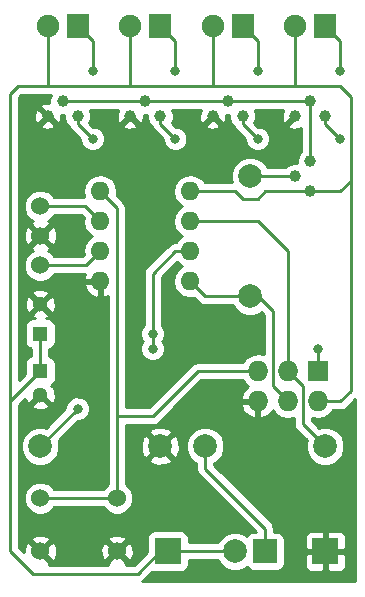
<source format=gbr>
G04 #@! TF.FileFunction,Copper,L2,Bot,Signal*
%FSLAX46Y46*%
G04 Gerber Fmt 4.6, Leading zero omitted, Abs format (unit mm)*
G04 Created by KiCad (PCBNEW 4.0.2-stable) date 13/06/2016 12:50:08*
%MOMM*%
G01*
G04 APERTURE LIST*
%ADD10C,0.100000*%
%ADD11R,1.300000X1.300000*%
%ADD12C,1.300000*%
%ADD13O,1.600000X1.600000*%
%ADD14R,1.900000X2.000000*%
%ADD15C,1.900000*%
%ADD16R,2.000000X2.000000*%
%ADD17C,2.000000*%
%ADD18C,1.000760*%
%ADD19C,1.998980*%
%ADD20R,1.727200X1.727200*%
%ADD21O,1.727200X1.727200*%
%ADD22C,1.524000*%
%ADD23R,2.235200X2.235200*%
%ADD24C,0.800000*%
%ADD25C,0.250000*%
%ADD26C,0.254000*%
G04 APERTURE END LIST*
D10*
D11*
X154305000Y-100330000D03*
D12*
X154305000Y-97830000D03*
D11*
X154305000Y-103505000D03*
D12*
X154305000Y-105505000D03*
D13*
X159385000Y-88265000D03*
X159385000Y-90805000D03*
X159385000Y-93345000D03*
X159385000Y-95885000D03*
X167005000Y-95885000D03*
X167005000Y-93345000D03*
X167005000Y-90805000D03*
X167005000Y-88265000D03*
D14*
X157480000Y-74295000D03*
D15*
X154940000Y-74295000D03*
D14*
X164465000Y-74295000D03*
D15*
X161925000Y-74295000D03*
D14*
X171450000Y-74295000D03*
D15*
X168910000Y-74295000D03*
D14*
X178435000Y-74295000D03*
D15*
X175895000Y-74295000D03*
D16*
X173355000Y-118745000D03*
D17*
X170815000Y-118745000D03*
D18*
X156210000Y-80645000D03*
X157480000Y-81915000D03*
X154940000Y-81915000D03*
X163195000Y-80645000D03*
X164465000Y-81915000D03*
X161925000Y-81915000D03*
X170180000Y-80645000D03*
X171450000Y-81915000D03*
X168910000Y-81915000D03*
X177165000Y-80645000D03*
X178435000Y-81915000D03*
X175895000Y-81915000D03*
X175895000Y-86995000D03*
X177165000Y-85725000D03*
X177165000Y-88265000D03*
D19*
X172085000Y-86995000D03*
X172085000Y-97155000D03*
X164465000Y-109855000D03*
X154305000Y-109855000D03*
X168275000Y-109855000D03*
X178435000Y-109855000D03*
D20*
X177800000Y-103505000D03*
D21*
X177800000Y-106045000D03*
X175260000Y-103505000D03*
X175260000Y-106045000D03*
X172720000Y-103505000D03*
X172720000Y-106045000D03*
D22*
X160805000Y-118745000D03*
X160805000Y-114245000D03*
X154305000Y-118745000D03*
X154305000Y-114245000D03*
X154305000Y-94535000D03*
X154305000Y-92035000D03*
X154305000Y-89535000D03*
D23*
X165100000Y-118750000D03*
X178450000Y-118750000D03*
D24*
X177800000Y-101600000D03*
X163830000Y-101600000D03*
X163830000Y-100330000D03*
X157480000Y-106680000D03*
X158750000Y-78105000D03*
X158750000Y-83820000D03*
X165735000Y-78105000D03*
X165735000Y-83820000D03*
X172720000Y-78105000D03*
X172720000Y-83820000D03*
X179705000Y-78105000D03*
X179705000Y-83820000D03*
D25*
X152400000Y-79375000D02*
X151765000Y-80010000D01*
X180594000Y-87376000D02*
X180594000Y-105156000D01*
X179705000Y-106045000D02*
X177800000Y-106045000D01*
X180594000Y-105156000D02*
X179705000Y-106045000D01*
X170815000Y-118745000D02*
X170815000Y-119380000D01*
X177165000Y-88265000D02*
X173355000Y-88265000D01*
X170815000Y-88265000D02*
X167005000Y-88265000D01*
X171450000Y-88900000D02*
X170815000Y-88265000D01*
X172720000Y-88900000D02*
X171450000Y-88900000D01*
X173355000Y-88265000D02*
X172720000Y-88900000D01*
X175895000Y-79375000D02*
X179705000Y-79375000D01*
X179705000Y-88265000D02*
X177165000Y-88265000D01*
X180594000Y-87376000D02*
X179705000Y-88265000D01*
X180594000Y-80264000D02*
X180594000Y-87376000D01*
X179705000Y-79375000D02*
X180594000Y-80264000D01*
X154940000Y-79375000D02*
X154940000Y-74295000D01*
X161925000Y-79375000D02*
X161925000Y-74295000D01*
X168910000Y-79375000D02*
X168910000Y-74295000D01*
X151765000Y-106045000D02*
X151765000Y-80010000D01*
X175895000Y-79375000D02*
X175895000Y-74295000D01*
X152400000Y-79375000D02*
X154940000Y-79375000D01*
X154940000Y-79375000D02*
X161925000Y-79375000D01*
X161925000Y-79375000D02*
X168910000Y-79375000D01*
X168910000Y-79375000D02*
X175895000Y-79375000D01*
X154305000Y-103505000D02*
X154305000Y-100330000D01*
X165100000Y-118745000D02*
X164465000Y-118745000D01*
X164465000Y-118745000D02*
X162560000Y-120650000D01*
X151765000Y-106045000D02*
X154305000Y-103505000D01*
X151765000Y-118745000D02*
X151765000Y-106045000D01*
X153670000Y-120650000D02*
X151765000Y-118745000D01*
X162560000Y-120650000D02*
X153670000Y-120650000D01*
X170815000Y-118745000D02*
X165100000Y-118745000D01*
X160805000Y-107315000D02*
X163830000Y-107315000D01*
X167640000Y-103505000D02*
X172720000Y-103505000D01*
X163830000Y-107315000D02*
X167640000Y-103505000D01*
X160805000Y-114245000D02*
X160805000Y-107315000D01*
X160805000Y-107315000D02*
X160805000Y-89685000D01*
X160805000Y-89685000D02*
X159385000Y-88265000D01*
X154305000Y-114245000D02*
X160655000Y-114245000D01*
X154305000Y-89535000D02*
X158115000Y-89535000D01*
X158115000Y-89535000D02*
X159385000Y-90805000D01*
X154305000Y-94535000D02*
X158195000Y-94535000D01*
X158195000Y-94535000D02*
X159385000Y-93345000D01*
X175260000Y-106045000D02*
X173990000Y-104775000D01*
X173990000Y-98425000D02*
X172720000Y-97155000D01*
X173990000Y-104775000D02*
X173990000Y-98425000D01*
X172720000Y-97155000D02*
X168275000Y-97155000D01*
X168275000Y-97155000D02*
X167005000Y-95885000D01*
X163830000Y-100330000D02*
X163830000Y-101600000D01*
X177800000Y-101600000D02*
X177800000Y-103505000D01*
X154305000Y-109855000D02*
X157480000Y-106680000D01*
X165735000Y-93345000D02*
X167005000Y-93345000D01*
X163830000Y-95250000D02*
X165735000Y-93345000D01*
X163830000Y-100330000D02*
X163830000Y-95250000D01*
X178435000Y-109855000D02*
X176530000Y-107950000D01*
X176530000Y-104775000D02*
X175260000Y-103505000D01*
X176530000Y-107950000D02*
X176530000Y-104775000D01*
X175260000Y-103505000D02*
X175260000Y-93345000D01*
X172720000Y-90805000D02*
X167005000Y-90805000D01*
X175260000Y-93345000D02*
X172720000Y-90805000D01*
X157480000Y-81915000D02*
X157480000Y-82550000D01*
X158750000Y-75565000D02*
X157480000Y-74295000D01*
X158750000Y-78105000D02*
X158750000Y-75565000D01*
X157480000Y-82550000D02*
X158750000Y-83820000D01*
X164465000Y-81915000D02*
X164465000Y-82550000D01*
X165735000Y-75565000D02*
X164465000Y-74295000D01*
X165735000Y-78105000D02*
X165735000Y-75565000D01*
X164465000Y-82550000D02*
X165735000Y-83820000D01*
X171450000Y-81915000D02*
X171450000Y-82550000D01*
X172720000Y-75565000D02*
X171450000Y-74295000D01*
X172720000Y-78105000D02*
X172720000Y-75565000D01*
X171450000Y-82550000D02*
X172720000Y-83820000D01*
X178435000Y-81915000D02*
X178435000Y-82550000D01*
X179705000Y-75565000D02*
X178435000Y-74295000D01*
X179705000Y-78105000D02*
X179705000Y-75565000D01*
X178435000Y-82550000D02*
X179705000Y-83820000D01*
X173355000Y-118745000D02*
X173355000Y-116840000D01*
X168275000Y-111760000D02*
X168275000Y-109855000D01*
X173355000Y-116840000D02*
X168275000Y-111760000D01*
X156210000Y-80645000D02*
X163195000Y-80645000D01*
X170180000Y-80645000D02*
X163195000Y-80645000D01*
X177165000Y-80645000D02*
X177165000Y-85725000D01*
X177165000Y-80645000D02*
X156210000Y-80645000D01*
X175895000Y-86995000D02*
X172085000Y-86995000D01*
D26*
G36*
X155074818Y-80418168D02*
X155074513Y-80767260D01*
X154634565Y-80798398D01*
X154366418Y-80909468D01*
X154329224Y-81124619D01*
X154940000Y-81735395D01*
X154954143Y-81721253D01*
X155133748Y-81900858D01*
X155119605Y-81915000D01*
X155730381Y-82525776D01*
X155945532Y-82488582D01*
X156088491Y-82060120D01*
X156068683Y-81780257D01*
X156344737Y-81780497D01*
X156344424Y-82139850D01*
X156516911Y-82557301D01*
X156772352Y-82813189D01*
X156777852Y-82840839D01*
X156942599Y-83087401D01*
X157714965Y-83859767D01*
X157714821Y-84024971D01*
X157872058Y-84405515D01*
X158162954Y-84696919D01*
X158543223Y-84854820D01*
X158954971Y-84855179D01*
X159335515Y-84697942D01*
X159626919Y-84407046D01*
X159784820Y-84026777D01*
X159785179Y-83615029D01*
X159627942Y-83234485D01*
X159337046Y-82943081D01*
X158956777Y-82785180D01*
X158789836Y-82785034D01*
X158710183Y-82705381D01*
X161314224Y-82705381D01*
X161351418Y-82920532D01*
X161779880Y-83063491D01*
X162230435Y-83031602D01*
X162498582Y-82920532D01*
X162535776Y-82705381D01*
X161925000Y-82094605D01*
X161314224Y-82705381D01*
X158710183Y-82705381D01*
X158477708Y-82472906D01*
X158615182Y-82141832D01*
X158615576Y-81690150D01*
X158497755Y-81405000D01*
X160898253Y-81405000D01*
X160776509Y-81769880D01*
X160808398Y-82220435D01*
X160919468Y-82488582D01*
X161134619Y-82525776D01*
X161745395Y-81915000D01*
X161731253Y-81900858D01*
X161910858Y-81721253D01*
X161925000Y-81735395D01*
X161939143Y-81721253D01*
X162118748Y-81900858D01*
X162104605Y-81915000D01*
X162715381Y-82525776D01*
X162930532Y-82488582D01*
X163073491Y-82060120D01*
X163053683Y-81780257D01*
X163329737Y-81780497D01*
X163329424Y-82139850D01*
X163501911Y-82557301D01*
X163757352Y-82813189D01*
X163762852Y-82840839D01*
X163927599Y-83087401D01*
X164699965Y-83859767D01*
X164699821Y-84024971D01*
X164857058Y-84405515D01*
X165147954Y-84696919D01*
X165528223Y-84854820D01*
X165939971Y-84855179D01*
X166320515Y-84697942D01*
X166611919Y-84407046D01*
X166769820Y-84026777D01*
X166770179Y-83615029D01*
X166612942Y-83234485D01*
X166322046Y-82943081D01*
X165941777Y-82785180D01*
X165774836Y-82785034D01*
X165695183Y-82705381D01*
X168299224Y-82705381D01*
X168336418Y-82920532D01*
X168764880Y-83063491D01*
X169215435Y-83031602D01*
X169483582Y-82920532D01*
X169520776Y-82705381D01*
X168910000Y-82094605D01*
X168299224Y-82705381D01*
X165695183Y-82705381D01*
X165462708Y-82472906D01*
X165600182Y-82141832D01*
X165600576Y-81690150D01*
X165482755Y-81405000D01*
X167883253Y-81405000D01*
X167761509Y-81769880D01*
X167793398Y-82220435D01*
X167904468Y-82488582D01*
X168119619Y-82525776D01*
X168730395Y-81915000D01*
X168716253Y-81900858D01*
X168895858Y-81721253D01*
X168910000Y-81735395D01*
X168924143Y-81721253D01*
X169103748Y-81900858D01*
X169089605Y-81915000D01*
X169700381Y-82525776D01*
X169915532Y-82488582D01*
X170058491Y-82060120D01*
X170038683Y-81780257D01*
X170314737Y-81780497D01*
X170314424Y-82139850D01*
X170486911Y-82557301D01*
X170742352Y-82813189D01*
X170747852Y-82840839D01*
X170912599Y-83087401D01*
X171684965Y-83859767D01*
X171684821Y-84024971D01*
X171842058Y-84405515D01*
X172132954Y-84696919D01*
X172513223Y-84854820D01*
X172924971Y-84855179D01*
X173305515Y-84697942D01*
X173596919Y-84407046D01*
X173754820Y-84026777D01*
X173755179Y-83615029D01*
X173597942Y-83234485D01*
X173307046Y-82943081D01*
X172926777Y-82785180D01*
X172759836Y-82785034D01*
X172447708Y-82472906D01*
X172585182Y-82141832D01*
X172585576Y-81690150D01*
X172467755Y-81405000D01*
X174868253Y-81405000D01*
X174746509Y-81769880D01*
X174778398Y-82220435D01*
X174889468Y-82488582D01*
X175104619Y-82525776D01*
X175715395Y-81915000D01*
X175701253Y-81900858D01*
X175880858Y-81721253D01*
X175895000Y-81735395D01*
X175909143Y-81721253D01*
X176088748Y-81900858D01*
X176074605Y-81915000D01*
X176088748Y-81929143D01*
X175909143Y-82108748D01*
X175895000Y-82094605D01*
X175284224Y-82705381D01*
X175321418Y-82920532D01*
X175749880Y-83063491D01*
X176200435Y-83031602D01*
X176405000Y-82946868D01*
X176405000Y-84879405D01*
X176203033Y-85081019D01*
X176029818Y-85498168D01*
X176029503Y-85859737D01*
X175670150Y-85859424D01*
X175252699Y-86031911D01*
X175049255Y-86235000D01*
X173539496Y-86235000D01*
X173471462Y-86070345D01*
X173012073Y-85610154D01*
X172411547Y-85360794D01*
X171761306Y-85360226D01*
X171160345Y-85608538D01*
X170700154Y-86067927D01*
X170450794Y-86668453D01*
X170450226Y-87318694D01*
X170527206Y-87505000D01*
X168217995Y-87505000D01*
X168047811Y-87250302D01*
X167582264Y-86939233D01*
X167033113Y-86830000D01*
X166976887Y-86830000D01*
X166427736Y-86939233D01*
X165962189Y-87250302D01*
X165651120Y-87715849D01*
X165541887Y-88265000D01*
X165651120Y-88814151D01*
X165962189Y-89279698D01*
X166344275Y-89535000D01*
X165962189Y-89790302D01*
X165651120Y-90255849D01*
X165541887Y-90805000D01*
X165651120Y-91354151D01*
X165962189Y-91819698D01*
X166344275Y-92075000D01*
X165962189Y-92330302D01*
X165792005Y-92585000D01*
X165735000Y-92585000D01*
X165444161Y-92642852D01*
X165197599Y-92807599D01*
X163292599Y-94712599D01*
X163127852Y-94959161D01*
X163070000Y-95250000D01*
X163070000Y-99626239D01*
X162953081Y-99742954D01*
X162795180Y-100123223D01*
X162794821Y-100534971D01*
X162952058Y-100915515D01*
X163001288Y-100964831D01*
X162953081Y-101012954D01*
X162795180Y-101393223D01*
X162794821Y-101804971D01*
X162952058Y-102185515D01*
X163242954Y-102476919D01*
X163623223Y-102634820D01*
X164034971Y-102635179D01*
X164415515Y-102477942D01*
X164706919Y-102187046D01*
X164864820Y-101806777D01*
X164865179Y-101395029D01*
X164707942Y-101014485D01*
X164658712Y-100965169D01*
X164706919Y-100917046D01*
X164864820Y-100536777D01*
X164865179Y-100125029D01*
X164707942Y-99744485D01*
X164590000Y-99626337D01*
X164590000Y-95564802D01*
X165895264Y-94259538D01*
X165962189Y-94359698D01*
X166344275Y-94615000D01*
X165962189Y-94870302D01*
X165651120Y-95335849D01*
X165541887Y-95885000D01*
X165651120Y-96434151D01*
X165962189Y-96899698D01*
X166427736Y-97210767D01*
X166976887Y-97320000D01*
X167033113Y-97320000D01*
X167310102Y-97264904D01*
X167737599Y-97692401D01*
X167984160Y-97857148D01*
X168275000Y-97915000D01*
X170630504Y-97915000D01*
X170698538Y-98079655D01*
X171157927Y-98539846D01*
X171758453Y-98789206D01*
X172408694Y-98789774D01*
X173009655Y-98541462D01*
X173020667Y-98530469D01*
X173230000Y-98739802D01*
X173230000Y-102078486D01*
X172720000Y-101977041D01*
X172146511Y-102091115D01*
X171660330Y-102415971D01*
X171440480Y-102745000D01*
X167640000Y-102745000D01*
X167349161Y-102802852D01*
X167102599Y-102967599D01*
X163515198Y-106555000D01*
X161565000Y-106555000D01*
X161565000Y-89685000D01*
X161507148Y-89394161D01*
X161507148Y-89394160D01*
X161342401Y-89147599D01*
X160783688Y-88588886D01*
X160848113Y-88265000D01*
X160738880Y-87715849D01*
X160427811Y-87250302D01*
X159962264Y-86939233D01*
X159413113Y-86830000D01*
X159356887Y-86830000D01*
X158807736Y-86939233D01*
X158342189Y-87250302D01*
X158031120Y-87715849D01*
X157921887Y-88265000D01*
X158023332Y-88775000D01*
X155502531Y-88775000D01*
X155490010Y-88744697D01*
X155097370Y-88351371D01*
X154584100Y-88138243D01*
X154028339Y-88137758D01*
X153514697Y-88349990D01*
X153121371Y-88742630D01*
X152908243Y-89255900D01*
X152907758Y-89811661D01*
X153119990Y-90325303D01*
X153512630Y-90718629D01*
X153656503Y-90778370D01*
X153573857Y-90812603D01*
X153504392Y-91054787D01*
X154305000Y-91855395D01*
X155105608Y-91054787D01*
X155036143Y-90812603D01*
X154947633Y-90781026D01*
X155095303Y-90720010D01*
X155488629Y-90327370D01*
X155502070Y-90295000D01*
X157800198Y-90295000D01*
X157986312Y-90481114D01*
X157921887Y-90805000D01*
X158031120Y-91354151D01*
X158342189Y-91819698D01*
X158724275Y-92075000D01*
X158342189Y-92330302D01*
X158031120Y-92795849D01*
X157921887Y-93345000D01*
X157986312Y-93668886D01*
X157880198Y-93775000D01*
X155502531Y-93775000D01*
X155490010Y-93744697D01*
X155097370Y-93351371D01*
X154953497Y-93291630D01*
X155036143Y-93257397D01*
X155105608Y-93015213D01*
X154305000Y-92214605D01*
X153504392Y-93015213D01*
X153573857Y-93257397D01*
X153662367Y-93288974D01*
X153514697Y-93349990D01*
X153121371Y-93742630D01*
X152908243Y-94255900D01*
X152907758Y-94811661D01*
X153119990Y-95325303D01*
X153512630Y-95718629D01*
X154025900Y-95931757D01*
X154581661Y-95932242D01*
X155095303Y-95720010D01*
X155488629Y-95327370D01*
X155502070Y-95295000D01*
X158092899Y-95295000D01*
X157993096Y-95535961D01*
X158115085Y-95758000D01*
X159258000Y-95758000D01*
X159258000Y-95738000D01*
X159512000Y-95738000D01*
X159512000Y-95758000D01*
X159532000Y-95758000D01*
X159532000Y-96012000D01*
X159512000Y-96012000D01*
X159512000Y-97155629D01*
X159734041Y-97276914D01*
X160045000Y-97129743D01*
X160045000Y-113047469D01*
X160014697Y-113059990D01*
X159621371Y-113452630D01*
X159607930Y-113485000D01*
X155502531Y-113485000D01*
X155490010Y-113454697D01*
X155097370Y-113061371D01*
X154584100Y-112848243D01*
X154028339Y-112847758D01*
X153514697Y-113059990D01*
X153121371Y-113452630D01*
X152908243Y-113965900D01*
X152907758Y-114521661D01*
X153119990Y-115035303D01*
X153512630Y-115428629D01*
X154025900Y-115641757D01*
X154581661Y-115642242D01*
X155095303Y-115430010D01*
X155488629Y-115037370D01*
X155502070Y-115005000D01*
X159607469Y-115005000D01*
X159619990Y-115035303D01*
X160012630Y-115428629D01*
X160525900Y-115641757D01*
X161081661Y-115642242D01*
X161595303Y-115430010D01*
X161988629Y-115037370D01*
X162201757Y-114524100D01*
X162202242Y-113968339D01*
X161990010Y-113454697D01*
X161597370Y-113061371D01*
X161565000Y-113047930D01*
X161565000Y-111007163D01*
X163492443Y-111007163D01*
X163591042Y-111273965D01*
X164200582Y-111500401D01*
X164850377Y-111476341D01*
X165338958Y-111273965D01*
X165437557Y-111007163D01*
X164465000Y-110034605D01*
X163492443Y-111007163D01*
X161565000Y-111007163D01*
X161565000Y-109590582D01*
X162819599Y-109590582D01*
X162843659Y-110240377D01*
X163046035Y-110728958D01*
X163312837Y-110827557D01*
X164285395Y-109855000D01*
X164644605Y-109855000D01*
X165617163Y-110827557D01*
X165883965Y-110728958D01*
X166110401Y-110119418D01*
X166086341Y-109469623D01*
X165883965Y-108981042D01*
X165617163Y-108882443D01*
X164644605Y-109855000D01*
X164285395Y-109855000D01*
X163312837Y-108882443D01*
X163046035Y-108981042D01*
X162819599Y-109590582D01*
X161565000Y-109590582D01*
X161565000Y-108702837D01*
X163492443Y-108702837D01*
X164465000Y-109675395D01*
X165437557Y-108702837D01*
X165338958Y-108436035D01*
X164729418Y-108209599D01*
X164079623Y-108233659D01*
X163591042Y-108436035D01*
X163492443Y-108702837D01*
X161565000Y-108702837D01*
X161565000Y-108075000D01*
X163830000Y-108075000D01*
X164120839Y-108017148D01*
X164367401Y-107852401D01*
X165815775Y-106404027D01*
X171265032Y-106404027D01*
X171513179Y-106933490D01*
X171945053Y-107327688D01*
X172360974Y-107499958D01*
X172593000Y-107378817D01*
X172593000Y-106172000D01*
X171385531Y-106172000D01*
X171265032Y-106404027D01*
X165815775Y-106404027D01*
X167954802Y-104265000D01*
X171440480Y-104265000D01*
X171660330Y-104594029D01*
X171931161Y-104774992D01*
X171513179Y-105156510D01*
X171265032Y-105685973D01*
X171385531Y-105918000D01*
X172593000Y-105918000D01*
X172593000Y-105898000D01*
X172847000Y-105898000D01*
X172847000Y-105918000D01*
X172867000Y-105918000D01*
X172867000Y-106172000D01*
X172847000Y-106172000D01*
X172847000Y-107378817D01*
X173079026Y-107499958D01*
X173494947Y-107327688D01*
X173926821Y-106933490D01*
X173984336Y-106810772D01*
X174200330Y-107134029D01*
X174686511Y-107458885D01*
X175260000Y-107572959D01*
X175770000Y-107471514D01*
X175770000Y-107950000D01*
X175827852Y-108240839D01*
X175992599Y-108487401D01*
X176869115Y-109363917D01*
X176800794Y-109528453D01*
X176800226Y-110178694D01*
X177048538Y-110779655D01*
X177507927Y-111239846D01*
X178108453Y-111489206D01*
X178758694Y-111489774D01*
X179359655Y-111241462D01*
X179819846Y-110782073D01*
X180069206Y-110181547D01*
X180069774Y-109531306D01*
X179821462Y-108930345D01*
X179362073Y-108470154D01*
X178761547Y-108220794D01*
X178111306Y-108220226D01*
X177944111Y-108289309D01*
X177290000Y-107635198D01*
X177290000Y-107471514D01*
X177800000Y-107572959D01*
X178373489Y-107458885D01*
X178859670Y-107134029D01*
X179079520Y-106805000D01*
X179705000Y-106805000D01*
X179995839Y-106747148D01*
X180242401Y-106582401D01*
X180990000Y-105834802D01*
X180990000Y-121290000D01*
X162943850Y-121290000D01*
X163097401Y-121187401D01*
X163805571Y-120479231D01*
X163982400Y-120515040D01*
X166217600Y-120515040D01*
X166452917Y-120470762D01*
X166669041Y-120331690D01*
X166814031Y-120119490D01*
X166865040Y-119867600D01*
X166865040Y-119505000D01*
X169359953Y-119505000D01*
X169428106Y-119669943D01*
X169887637Y-120130278D01*
X170488352Y-120379716D01*
X171138795Y-120380284D01*
X171739943Y-120131894D01*
X171806574Y-120065379D01*
X171890910Y-120196441D01*
X172103110Y-120341431D01*
X172355000Y-120392440D01*
X174355000Y-120392440D01*
X174590317Y-120348162D01*
X174806441Y-120209090D01*
X174951431Y-119996890D01*
X175002440Y-119745000D01*
X175002440Y-119035750D01*
X176697400Y-119035750D01*
X176697400Y-119993910D01*
X176794073Y-120227299D01*
X176972702Y-120405927D01*
X177206091Y-120502600D01*
X178164250Y-120502600D01*
X178323000Y-120343850D01*
X178323000Y-118877000D01*
X178577000Y-118877000D01*
X178577000Y-120343850D01*
X178735750Y-120502600D01*
X179693909Y-120502600D01*
X179927298Y-120405927D01*
X180105927Y-120227299D01*
X180202600Y-119993910D01*
X180202600Y-119035750D01*
X180043850Y-118877000D01*
X178577000Y-118877000D01*
X178323000Y-118877000D01*
X176856150Y-118877000D01*
X176697400Y-119035750D01*
X175002440Y-119035750D01*
X175002440Y-117745000D01*
X174958162Y-117509683D01*
X174955850Y-117506090D01*
X176697400Y-117506090D01*
X176697400Y-118464250D01*
X176856150Y-118623000D01*
X178323000Y-118623000D01*
X178323000Y-117156150D01*
X178577000Y-117156150D01*
X178577000Y-118623000D01*
X180043850Y-118623000D01*
X180202600Y-118464250D01*
X180202600Y-117506090D01*
X180105927Y-117272701D01*
X179927298Y-117094073D01*
X179693909Y-116997400D01*
X178735750Y-116997400D01*
X178577000Y-117156150D01*
X178323000Y-117156150D01*
X178164250Y-116997400D01*
X177206091Y-116997400D01*
X176972702Y-117094073D01*
X176794073Y-117272701D01*
X176697400Y-117506090D01*
X174955850Y-117506090D01*
X174819090Y-117293559D01*
X174606890Y-117148569D01*
X174355000Y-117097560D01*
X174115000Y-117097560D01*
X174115000Y-116840000D01*
X174057148Y-116549161D01*
X173892401Y-116302599D01*
X169035000Y-111445198D01*
X169035000Y-111309496D01*
X169199655Y-111241462D01*
X169659846Y-110782073D01*
X169909206Y-110181547D01*
X169909774Y-109531306D01*
X169661462Y-108930345D01*
X169202073Y-108470154D01*
X168601547Y-108220794D01*
X167951306Y-108220226D01*
X167350345Y-108468538D01*
X166890154Y-108927927D01*
X166640794Y-109528453D01*
X166640226Y-110178694D01*
X166888538Y-110779655D01*
X167347927Y-111239846D01*
X167515000Y-111309221D01*
X167515000Y-111760000D01*
X167572852Y-112050839D01*
X167737599Y-112297401D01*
X172537758Y-117097560D01*
X172355000Y-117097560D01*
X172119683Y-117141838D01*
X171903559Y-117280910D01*
X171806090Y-117423561D01*
X171742363Y-117359722D01*
X171141648Y-117110284D01*
X170491205Y-117109716D01*
X169890057Y-117358106D01*
X169429722Y-117817637D01*
X169360227Y-117985000D01*
X166865040Y-117985000D01*
X166865040Y-117632400D01*
X166820762Y-117397083D01*
X166681690Y-117180959D01*
X166469490Y-117035969D01*
X166217600Y-116984960D01*
X163982400Y-116984960D01*
X163747083Y-117029238D01*
X163530959Y-117168310D01*
X163385969Y-117380510D01*
X163334960Y-117632400D01*
X163334960Y-118800238D01*
X162245198Y-119890000D01*
X161558343Y-119890000D01*
X161605608Y-119725213D01*
X160805000Y-118924605D01*
X160004392Y-119725213D01*
X160051657Y-119890000D01*
X155058343Y-119890000D01*
X155105608Y-119725213D01*
X154305000Y-118924605D01*
X154290858Y-118938748D01*
X154111253Y-118759143D01*
X154125395Y-118745000D01*
X154484605Y-118745000D01*
X155285213Y-119545608D01*
X155527397Y-119476143D01*
X155714144Y-118952698D01*
X155693353Y-118537302D01*
X159395856Y-118537302D01*
X159423638Y-119092368D01*
X159582603Y-119476143D01*
X159824787Y-119545608D01*
X160625395Y-118745000D01*
X160984605Y-118745000D01*
X161785213Y-119545608D01*
X162027397Y-119476143D01*
X162214144Y-118952698D01*
X162186362Y-118397632D01*
X162027397Y-118013857D01*
X161785213Y-117944392D01*
X160984605Y-118745000D01*
X160625395Y-118745000D01*
X159824787Y-117944392D01*
X159582603Y-118013857D01*
X159395856Y-118537302D01*
X155693353Y-118537302D01*
X155686362Y-118397632D01*
X155527397Y-118013857D01*
X155285213Y-117944392D01*
X154484605Y-118745000D01*
X154125395Y-118745000D01*
X153324787Y-117944392D01*
X153082603Y-118013857D01*
X152895856Y-118537302D01*
X152909753Y-118814951D01*
X152525000Y-118430198D01*
X152525000Y-117764787D01*
X153504392Y-117764787D01*
X154305000Y-118565395D01*
X155105608Y-117764787D01*
X160004392Y-117764787D01*
X160805000Y-118565395D01*
X161605608Y-117764787D01*
X161536143Y-117522603D01*
X161012698Y-117335856D01*
X160457632Y-117363638D01*
X160073857Y-117522603D01*
X160004392Y-117764787D01*
X155105608Y-117764787D01*
X155036143Y-117522603D01*
X154512698Y-117335856D01*
X153957632Y-117363638D01*
X153573857Y-117522603D01*
X153504392Y-117764787D01*
X152525000Y-117764787D01*
X152525000Y-110178694D01*
X152670226Y-110178694D01*
X152918538Y-110779655D01*
X153377927Y-111239846D01*
X153978453Y-111489206D01*
X154628694Y-111489774D01*
X155229655Y-111241462D01*
X155689846Y-110782073D01*
X155939206Y-110181547D01*
X155939774Y-109531306D01*
X155870691Y-109364111D01*
X157519767Y-107715035D01*
X157684971Y-107715179D01*
X158065515Y-107557942D01*
X158356919Y-107267046D01*
X158514820Y-106886777D01*
X158515179Y-106475029D01*
X158357942Y-106094485D01*
X158067046Y-105803081D01*
X157686777Y-105645180D01*
X157275029Y-105644821D01*
X156894485Y-105802058D01*
X156603081Y-106092954D01*
X156445180Y-106473223D01*
X156445034Y-106640164D01*
X154796083Y-108289115D01*
X154631547Y-108220794D01*
X153981306Y-108220226D01*
X153380345Y-108468538D01*
X152920154Y-108927927D01*
X152670794Y-109528453D01*
X152670226Y-110178694D01*
X152525000Y-110178694D01*
X152525000Y-106404016D01*
X153585590Y-106404016D01*
X153641271Y-106634611D01*
X154124078Y-106802622D01*
X154634428Y-106773083D01*
X154968729Y-106634611D01*
X155024410Y-106404016D01*
X154305000Y-105684605D01*
X153585590Y-106404016D01*
X152525000Y-106404016D01*
X152525000Y-106359802D01*
X153040858Y-105843944D01*
X153175389Y-106168729D01*
X153405984Y-106224410D01*
X154125395Y-105505000D01*
X154111252Y-105490858D01*
X154290858Y-105311252D01*
X154305000Y-105325395D01*
X154319142Y-105311252D01*
X154498748Y-105490858D01*
X154484605Y-105505000D01*
X155204016Y-106224410D01*
X155434611Y-106168729D01*
X155602622Y-105685922D01*
X155573083Y-105175572D01*
X155434611Y-104841271D01*
X155204018Y-104785590D01*
X155305680Y-104683928D01*
X155406441Y-104619090D01*
X155551431Y-104406890D01*
X155602440Y-104155000D01*
X155602440Y-102855000D01*
X155558162Y-102619683D01*
X155419090Y-102403559D01*
X155206890Y-102258569D01*
X155065000Y-102229836D01*
X155065000Y-101606742D01*
X155190317Y-101583162D01*
X155406441Y-101444090D01*
X155551431Y-101231890D01*
X155602440Y-100980000D01*
X155602440Y-99680000D01*
X155558162Y-99444683D01*
X155419090Y-99228559D01*
X155206890Y-99083569D01*
X154955000Y-99032560D01*
X154792615Y-99032560D01*
X154968729Y-98959611D01*
X155024410Y-98729016D01*
X154305000Y-98009605D01*
X153585590Y-98729016D01*
X153641271Y-98959611D01*
X153850902Y-99032560D01*
X153655000Y-99032560D01*
X153419683Y-99076838D01*
X153203559Y-99215910D01*
X153058569Y-99428110D01*
X153007560Y-99680000D01*
X153007560Y-100980000D01*
X153051838Y-101215317D01*
X153190910Y-101431441D01*
X153403110Y-101576431D01*
X153545000Y-101605164D01*
X153545000Y-102228258D01*
X153419683Y-102251838D01*
X153203559Y-102390910D01*
X153058569Y-102603110D01*
X153007560Y-102855000D01*
X153007560Y-103727638D01*
X152525000Y-104210198D01*
X152525000Y-97649078D01*
X153007378Y-97649078D01*
X153036917Y-98159428D01*
X153175389Y-98493729D01*
X153405984Y-98549410D01*
X154125395Y-97830000D01*
X154484605Y-97830000D01*
X155204016Y-98549410D01*
X155434611Y-98493729D01*
X155602622Y-98010922D01*
X155573083Y-97500572D01*
X155434611Y-97166271D01*
X155204016Y-97110590D01*
X154484605Y-97830000D01*
X154125395Y-97830000D01*
X153405984Y-97110590D01*
X153175389Y-97166271D01*
X153007378Y-97649078D01*
X152525000Y-97649078D01*
X152525000Y-96930984D01*
X153585590Y-96930984D01*
X154305000Y-97650395D01*
X155024410Y-96930984D01*
X154968729Y-96700389D01*
X154485922Y-96532378D01*
X153975572Y-96561917D01*
X153641271Y-96700389D01*
X153585590Y-96930984D01*
X152525000Y-96930984D01*
X152525000Y-96234039D01*
X157993096Y-96234039D01*
X158153959Y-96622423D01*
X158529866Y-97037389D01*
X159035959Y-97276914D01*
X159258000Y-97155629D01*
X159258000Y-96012000D01*
X158115085Y-96012000D01*
X157993096Y-96234039D01*
X152525000Y-96234039D01*
X152525000Y-91827302D01*
X152895856Y-91827302D01*
X152923638Y-92382368D01*
X153082603Y-92766143D01*
X153324787Y-92835608D01*
X154125395Y-92035000D01*
X154484605Y-92035000D01*
X155285213Y-92835608D01*
X155527397Y-92766143D01*
X155714144Y-92242698D01*
X155686362Y-91687632D01*
X155527397Y-91303857D01*
X155285213Y-91234392D01*
X154484605Y-92035000D01*
X154125395Y-92035000D01*
X153324787Y-91234392D01*
X153082603Y-91303857D01*
X152895856Y-91827302D01*
X152525000Y-91827302D01*
X152525000Y-82705381D01*
X154329224Y-82705381D01*
X154366418Y-82920532D01*
X154794880Y-83063491D01*
X155245435Y-83031602D01*
X155513582Y-82920532D01*
X155550776Y-82705381D01*
X154940000Y-82094605D01*
X154329224Y-82705381D01*
X152525000Y-82705381D01*
X152525000Y-81769880D01*
X153791509Y-81769880D01*
X153823398Y-82220435D01*
X153934468Y-82488582D01*
X154149619Y-82525776D01*
X154760395Y-81915000D01*
X154149619Y-81304224D01*
X153934468Y-81341418D01*
X153791509Y-81769880D01*
X152525000Y-81769880D01*
X152525000Y-80324802D01*
X152714802Y-80135000D01*
X155192399Y-80135000D01*
X155074818Y-80418168D01*
X155074818Y-80418168D01*
G37*
X155074818Y-80418168D02*
X155074513Y-80767260D01*
X154634565Y-80798398D01*
X154366418Y-80909468D01*
X154329224Y-81124619D01*
X154940000Y-81735395D01*
X154954143Y-81721253D01*
X155133748Y-81900858D01*
X155119605Y-81915000D01*
X155730381Y-82525776D01*
X155945532Y-82488582D01*
X156088491Y-82060120D01*
X156068683Y-81780257D01*
X156344737Y-81780497D01*
X156344424Y-82139850D01*
X156516911Y-82557301D01*
X156772352Y-82813189D01*
X156777852Y-82840839D01*
X156942599Y-83087401D01*
X157714965Y-83859767D01*
X157714821Y-84024971D01*
X157872058Y-84405515D01*
X158162954Y-84696919D01*
X158543223Y-84854820D01*
X158954971Y-84855179D01*
X159335515Y-84697942D01*
X159626919Y-84407046D01*
X159784820Y-84026777D01*
X159785179Y-83615029D01*
X159627942Y-83234485D01*
X159337046Y-82943081D01*
X158956777Y-82785180D01*
X158789836Y-82785034D01*
X158710183Y-82705381D01*
X161314224Y-82705381D01*
X161351418Y-82920532D01*
X161779880Y-83063491D01*
X162230435Y-83031602D01*
X162498582Y-82920532D01*
X162535776Y-82705381D01*
X161925000Y-82094605D01*
X161314224Y-82705381D01*
X158710183Y-82705381D01*
X158477708Y-82472906D01*
X158615182Y-82141832D01*
X158615576Y-81690150D01*
X158497755Y-81405000D01*
X160898253Y-81405000D01*
X160776509Y-81769880D01*
X160808398Y-82220435D01*
X160919468Y-82488582D01*
X161134619Y-82525776D01*
X161745395Y-81915000D01*
X161731253Y-81900858D01*
X161910858Y-81721253D01*
X161925000Y-81735395D01*
X161939143Y-81721253D01*
X162118748Y-81900858D01*
X162104605Y-81915000D01*
X162715381Y-82525776D01*
X162930532Y-82488582D01*
X163073491Y-82060120D01*
X163053683Y-81780257D01*
X163329737Y-81780497D01*
X163329424Y-82139850D01*
X163501911Y-82557301D01*
X163757352Y-82813189D01*
X163762852Y-82840839D01*
X163927599Y-83087401D01*
X164699965Y-83859767D01*
X164699821Y-84024971D01*
X164857058Y-84405515D01*
X165147954Y-84696919D01*
X165528223Y-84854820D01*
X165939971Y-84855179D01*
X166320515Y-84697942D01*
X166611919Y-84407046D01*
X166769820Y-84026777D01*
X166770179Y-83615029D01*
X166612942Y-83234485D01*
X166322046Y-82943081D01*
X165941777Y-82785180D01*
X165774836Y-82785034D01*
X165695183Y-82705381D01*
X168299224Y-82705381D01*
X168336418Y-82920532D01*
X168764880Y-83063491D01*
X169215435Y-83031602D01*
X169483582Y-82920532D01*
X169520776Y-82705381D01*
X168910000Y-82094605D01*
X168299224Y-82705381D01*
X165695183Y-82705381D01*
X165462708Y-82472906D01*
X165600182Y-82141832D01*
X165600576Y-81690150D01*
X165482755Y-81405000D01*
X167883253Y-81405000D01*
X167761509Y-81769880D01*
X167793398Y-82220435D01*
X167904468Y-82488582D01*
X168119619Y-82525776D01*
X168730395Y-81915000D01*
X168716253Y-81900858D01*
X168895858Y-81721253D01*
X168910000Y-81735395D01*
X168924143Y-81721253D01*
X169103748Y-81900858D01*
X169089605Y-81915000D01*
X169700381Y-82525776D01*
X169915532Y-82488582D01*
X170058491Y-82060120D01*
X170038683Y-81780257D01*
X170314737Y-81780497D01*
X170314424Y-82139850D01*
X170486911Y-82557301D01*
X170742352Y-82813189D01*
X170747852Y-82840839D01*
X170912599Y-83087401D01*
X171684965Y-83859767D01*
X171684821Y-84024971D01*
X171842058Y-84405515D01*
X172132954Y-84696919D01*
X172513223Y-84854820D01*
X172924971Y-84855179D01*
X173305515Y-84697942D01*
X173596919Y-84407046D01*
X173754820Y-84026777D01*
X173755179Y-83615029D01*
X173597942Y-83234485D01*
X173307046Y-82943081D01*
X172926777Y-82785180D01*
X172759836Y-82785034D01*
X172447708Y-82472906D01*
X172585182Y-82141832D01*
X172585576Y-81690150D01*
X172467755Y-81405000D01*
X174868253Y-81405000D01*
X174746509Y-81769880D01*
X174778398Y-82220435D01*
X174889468Y-82488582D01*
X175104619Y-82525776D01*
X175715395Y-81915000D01*
X175701253Y-81900858D01*
X175880858Y-81721253D01*
X175895000Y-81735395D01*
X175909143Y-81721253D01*
X176088748Y-81900858D01*
X176074605Y-81915000D01*
X176088748Y-81929143D01*
X175909143Y-82108748D01*
X175895000Y-82094605D01*
X175284224Y-82705381D01*
X175321418Y-82920532D01*
X175749880Y-83063491D01*
X176200435Y-83031602D01*
X176405000Y-82946868D01*
X176405000Y-84879405D01*
X176203033Y-85081019D01*
X176029818Y-85498168D01*
X176029503Y-85859737D01*
X175670150Y-85859424D01*
X175252699Y-86031911D01*
X175049255Y-86235000D01*
X173539496Y-86235000D01*
X173471462Y-86070345D01*
X173012073Y-85610154D01*
X172411547Y-85360794D01*
X171761306Y-85360226D01*
X171160345Y-85608538D01*
X170700154Y-86067927D01*
X170450794Y-86668453D01*
X170450226Y-87318694D01*
X170527206Y-87505000D01*
X168217995Y-87505000D01*
X168047811Y-87250302D01*
X167582264Y-86939233D01*
X167033113Y-86830000D01*
X166976887Y-86830000D01*
X166427736Y-86939233D01*
X165962189Y-87250302D01*
X165651120Y-87715849D01*
X165541887Y-88265000D01*
X165651120Y-88814151D01*
X165962189Y-89279698D01*
X166344275Y-89535000D01*
X165962189Y-89790302D01*
X165651120Y-90255849D01*
X165541887Y-90805000D01*
X165651120Y-91354151D01*
X165962189Y-91819698D01*
X166344275Y-92075000D01*
X165962189Y-92330302D01*
X165792005Y-92585000D01*
X165735000Y-92585000D01*
X165444161Y-92642852D01*
X165197599Y-92807599D01*
X163292599Y-94712599D01*
X163127852Y-94959161D01*
X163070000Y-95250000D01*
X163070000Y-99626239D01*
X162953081Y-99742954D01*
X162795180Y-100123223D01*
X162794821Y-100534971D01*
X162952058Y-100915515D01*
X163001288Y-100964831D01*
X162953081Y-101012954D01*
X162795180Y-101393223D01*
X162794821Y-101804971D01*
X162952058Y-102185515D01*
X163242954Y-102476919D01*
X163623223Y-102634820D01*
X164034971Y-102635179D01*
X164415515Y-102477942D01*
X164706919Y-102187046D01*
X164864820Y-101806777D01*
X164865179Y-101395029D01*
X164707942Y-101014485D01*
X164658712Y-100965169D01*
X164706919Y-100917046D01*
X164864820Y-100536777D01*
X164865179Y-100125029D01*
X164707942Y-99744485D01*
X164590000Y-99626337D01*
X164590000Y-95564802D01*
X165895264Y-94259538D01*
X165962189Y-94359698D01*
X166344275Y-94615000D01*
X165962189Y-94870302D01*
X165651120Y-95335849D01*
X165541887Y-95885000D01*
X165651120Y-96434151D01*
X165962189Y-96899698D01*
X166427736Y-97210767D01*
X166976887Y-97320000D01*
X167033113Y-97320000D01*
X167310102Y-97264904D01*
X167737599Y-97692401D01*
X167984160Y-97857148D01*
X168275000Y-97915000D01*
X170630504Y-97915000D01*
X170698538Y-98079655D01*
X171157927Y-98539846D01*
X171758453Y-98789206D01*
X172408694Y-98789774D01*
X173009655Y-98541462D01*
X173020667Y-98530469D01*
X173230000Y-98739802D01*
X173230000Y-102078486D01*
X172720000Y-101977041D01*
X172146511Y-102091115D01*
X171660330Y-102415971D01*
X171440480Y-102745000D01*
X167640000Y-102745000D01*
X167349161Y-102802852D01*
X167102599Y-102967599D01*
X163515198Y-106555000D01*
X161565000Y-106555000D01*
X161565000Y-89685000D01*
X161507148Y-89394161D01*
X161507148Y-89394160D01*
X161342401Y-89147599D01*
X160783688Y-88588886D01*
X160848113Y-88265000D01*
X160738880Y-87715849D01*
X160427811Y-87250302D01*
X159962264Y-86939233D01*
X159413113Y-86830000D01*
X159356887Y-86830000D01*
X158807736Y-86939233D01*
X158342189Y-87250302D01*
X158031120Y-87715849D01*
X157921887Y-88265000D01*
X158023332Y-88775000D01*
X155502531Y-88775000D01*
X155490010Y-88744697D01*
X155097370Y-88351371D01*
X154584100Y-88138243D01*
X154028339Y-88137758D01*
X153514697Y-88349990D01*
X153121371Y-88742630D01*
X152908243Y-89255900D01*
X152907758Y-89811661D01*
X153119990Y-90325303D01*
X153512630Y-90718629D01*
X153656503Y-90778370D01*
X153573857Y-90812603D01*
X153504392Y-91054787D01*
X154305000Y-91855395D01*
X155105608Y-91054787D01*
X155036143Y-90812603D01*
X154947633Y-90781026D01*
X155095303Y-90720010D01*
X155488629Y-90327370D01*
X155502070Y-90295000D01*
X157800198Y-90295000D01*
X157986312Y-90481114D01*
X157921887Y-90805000D01*
X158031120Y-91354151D01*
X158342189Y-91819698D01*
X158724275Y-92075000D01*
X158342189Y-92330302D01*
X158031120Y-92795849D01*
X157921887Y-93345000D01*
X157986312Y-93668886D01*
X157880198Y-93775000D01*
X155502531Y-93775000D01*
X155490010Y-93744697D01*
X155097370Y-93351371D01*
X154953497Y-93291630D01*
X155036143Y-93257397D01*
X155105608Y-93015213D01*
X154305000Y-92214605D01*
X153504392Y-93015213D01*
X153573857Y-93257397D01*
X153662367Y-93288974D01*
X153514697Y-93349990D01*
X153121371Y-93742630D01*
X152908243Y-94255900D01*
X152907758Y-94811661D01*
X153119990Y-95325303D01*
X153512630Y-95718629D01*
X154025900Y-95931757D01*
X154581661Y-95932242D01*
X155095303Y-95720010D01*
X155488629Y-95327370D01*
X155502070Y-95295000D01*
X158092899Y-95295000D01*
X157993096Y-95535961D01*
X158115085Y-95758000D01*
X159258000Y-95758000D01*
X159258000Y-95738000D01*
X159512000Y-95738000D01*
X159512000Y-95758000D01*
X159532000Y-95758000D01*
X159532000Y-96012000D01*
X159512000Y-96012000D01*
X159512000Y-97155629D01*
X159734041Y-97276914D01*
X160045000Y-97129743D01*
X160045000Y-113047469D01*
X160014697Y-113059990D01*
X159621371Y-113452630D01*
X159607930Y-113485000D01*
X155502531Y-113485000D01*
X155490010Y-113454697D01*
X155097370Y-113061371D01*
X154584100Y-112848243D01*
X154028339Y-112847758D01*
X153514697Y-113059990D01*
X153121371Y-113452630D01*
X152908243Y-113965900D01*
X152907758Y-114521661D01*
X153119990Y-115035303D01*
X153512630Y-115428629D01*
X154025900Y-115641757D01*
X154581661Y-115642242D01*
X155095303Y-115430010D01*
X155488629Y-115037370D01*
X155502070Y-115005000D01*
X159607469Y-115005000D01*
X159619990Y-115035303D01*
X160012630Y-115428629D01*
X160525900Y-115641757D01*
X161081661Y-115642242D01*
X161595303Y-115430010D01*
X161988629Y-115037370D01*
X162201757Y-114524100D01*
X162202242Y-113968339D01*
X161990010Y-113454697D01*
X161597370Y-113061371D01*
X161565000Y-113047930D01*
X161565000Y-111007163D01*
X163492443Y-111007163D01*
X163591042Y-111273965D01*
X164200582Y-111500401D01*
X164850377Y-111476341D01*
X165338958Y-111273965D01*
X165437557Y-111007163D01*
X164465000Y-110034605D01*
X163492443Y-111007163D01*
X161565000Y-111007163D01*
X161565000Y-109590582D01*
X162819599Y-109590582D01*
X162843659Y-110240377D01*
X163046035Y-110728958D01*
X163312837Y-110827557D01*
X164285395Y-109855000D01*
X164644605Y-109855000D01*
X165617163Y-110827557D01*
X165883965Y-110728958D01*
X166110401Y-110119418D01*
X166086341Y-109469623D01*
X165883965Y-108981042D01*
X165617163Y-108882443D01*
X164644605Y-109855000D01*
X164285395Y-109855000D01*
X163312837Y-108882443D01*
X163046035Y-108981042D01*
X162819599Y-109590582D01*
X161565000Y-109590582D01*
X161565000Y-108702837D01*
X163492443Y-108702837D01*
X164465000Y-109675395D01*
X165437557Y-108702837D01*
X165338958Y-108436035D01*
X164729418Y-108209599D01*
X164079623Y-108233659D01*
X163591042Y-108436035D01*
X163492443Y-108702837D01*
X161565000Y-108702837D01*
X161565000Y-108075000D01*
X163830000Y-108075000D01*
X164120839Y-108017148D01*
X164367401Y-107852401D01*
X165815775Y-106404027D01*
X171265032Y-106404027D01*
X171513179Y-106933490D01*
X171945053Y-107327688D01*
X172360974Y-107499958D01*
X172593000Y-107378817D01*
X172593000Y-106172000D01*
X171385531Y-106172000D01*
X171265032Y-106404027D01*
X165815775Y-106404027D01*
X167954802Y-104265000D01*
X171440480Y-104265000D01*
X171660330Y-104594029D01*
X171931161Y-104774992D01*
X171513179Y-105156510D01*
X171265032Y-105685973D01*
X171385531Y-105918000D01*
X172593000Y-105918000D01*
X172593000Y-105898000D01*
X172847000Y-105898000D01*
X172847000Y-105918000D01*
X172867000Y-105918000D01*
X172867000Y-106172000D01*
X172847000Y-106172000D01*
X172847000Y-107378817D01*
X173079026Y-107499958D01*
X173494947Y-107327688D01*
X173926821Y-106933490D01*
X173984336Y-106810772D01*
X174200330Y-107134029D01*
X174686511Y-107458885D01*
X175260000Y-107572959D01*
X175770000Y-107471514D01*
X175770000Y-107950000D01*
X175827852Y-108240839D01*
X175992599Y-108487401D01*
X176869115Y-109363917D01*
X176800794Y-109528453D01*
X176800226Y-110178694D01*
X177048538Y-110779655D01*
X177507927Y-111239846D01*
X178108453Y-111489206D01*
X178758694Y-111489774D01*
X179359655Y-111241462D01*
X179819846Y-110782073D01*
X180069206Y-110181547D01*
X180069774Y-109531306D01*
X179821462Y-108930345D01*
X179362073Y-108470154D01*
X178761547Y-108220794D01*
X178111306Y-108220226D01*
X177944111Y-108289309D01*
X177290000Y-107635198D01*
X177290000Y-107471514D01*
X177800000Y-107572959D01*
X178373489Y-107458885D01*
X178859670Y-107134029D01*
X179079520Y-106805000D01*
X179705000Y-106805000D01*
X179995839Y-106747148D01*
X180242401Y-106582401D01*
X180990000Y-105834802D01*
X180990000Y-121290000D01*
X162943850Y-121290000D01*
X163097401Y-121187401D01*
X163805571Y-120479231D01*
X163982400Y-120515040D01*
X166217600Y-120515040D01*
X166452917Y-120470762D01*
X166669041Y-120331690D01*
X166814031Y-120119490D01*
X166865040Y-119867600D01*
X166865040Y-119505000D01*
X169359953Y-119505000D01*
X169428106Y-119669943D01*
X169887637Y-120130278D01*
X170488352Y-120379716D01*
X171138795Y-120380284D01*
X171739943Y-120131894D01*
X171806574Y-120065379D01*
X171890910Y-120196441D01*
X172103110Y-120341431D01*
X172355000Y-120392440D01*
X174355000Y-120392440D01*
X174590317Y-120348162D01*
X174806441Y-120209090D01*
X174951431Y-119996890D01*
X175002440Y-119745000D01*
X175002440Y-119035750D01*
X176697400Y-119035750D01*
X176697400Y-119993910D01*
X176794073Y-120227299D01*
X176972702Y-120405927D01*
X177206091Y-120502600D01*
X178164250Y-120502600D01*
X178323000Y-120343850D01*
X178323000Y-118877000D01*
X178577000Y-118877000D01*
X178577000Y-120343850D01*
X178735750Y-120502600D01*
X179693909Y-120502600D01*
X179927298Y-120405927D01*
X180105927Y-120227299D01*
X180202600Y-119993910D01*
X180202600Y-119035750D01*
X180043850Y-118877000D01*
X178577000Y-118877000D01*
X178323000Y-118877000D01*
X176856150Y-118877000D01*
X176697400Y-119035750D01*
X175002440Y-119035750D01*
X175002440Y-117745000D01*
X174958162Y-117509683D01*
X174955850Y-117506090D01*
X176697400Y-117506090D01*
X176697400Y-118464250D01*
X176856150Y-118623000D01*
X178323000Y-118623000D01*
X178323000Y-117156150D01*
X178577000Y-117156150D01*
X178577000Y-118623000D01*
X180043850Y-118623000D01*
X180202600Y-118464250D01*
X180202600Y-117506090D01*
X180105927Y-117272701D01*
X179927298Y-117094073D01*
X179693909Y-116997400D01*
X178735750Y-116997400D01*
X178577000Y-117156150D01*
X178323000Y-117156150D01*
X178164250Y-116997400D01*
X177206091Y-116997400D01*
X176972702Y-117094073D01*
X176794073Y-117272701D01*
X176697400Y-117506090D01*
X174955850Y-117506090D01*
X174819090Y-117293559D01*
X174606890Y-117148569D01*
X174355000Y-117097560D01*
X174115000Y-117097560D01*
X174115000Y-116840000D01*
X174057148Y-116549161D01*
X173892401Y-116302599D01*
X169035000Y-111445198D01*
X169035000Y-111309496D01*
X169199655Y-111241462D01*
X169659846Y-110782073D01*
X169909206Y-110181547D01*
X169909774Y-109531306D01*
X169661462Y-108930345D01*
X169202073Y-108470154D01*
X168601547Y-108220794D01*
X167951306Y-108220226D01*
X167350345Y-108468538D01*
X166890154Y-108927927D01*
X166640794Y-109528453D01*
X166640226Y-110178694D01*
X166888538Y-110779655D01*
X167347927Y-111239846D01*
X167515000Y-111309221D01*
X167515000Y-111760000D01*
X167572852Y-112050839D01*
X167737599Y-112297401D01*
X172537758Y-117097560D01*
X172355000Y-117097560D01*
X172119683Y-117141838D01*
X171903559Y-117280910D01*
X171806090Y-117423561D01*
X171742363Y-117359722D01*
X171141648Y-117110284D01*
X170491205Y-117109716D01*
X169890057Y-117358106D01*
X169429722Y-117817637D01*
X169360227Y-117985000D01*
X166865040Y-117985000D01*
X166865040Y-117632400D01*
X166820762Y-117397083D01*
X166681690Y-117180959D01*
X166469490Y-117035969D01*
X166217600Y-116984960D01*
X163982400Y-116984960D01*
X163747083Y-117029238D01*
X163530959Y-117168310D01*
X163385969Y-117380510D01*
X163334960Y-117632400D01*
X163334960Y-118800238D01*
X162245198Y-119890000D01*
X161558343Y-119890000D01*
X161605608Y-119725213D01*
X160805000Y-118924605D01*
X160004392Y-119725213D01*
X160051657Y-119890000D01*
X155058343Y-119890000D01*
X155105608Y-119725213D01*
X154305000Y-118924605D01*
X154290858Y-118938748D01*
X154111253Y-118759143D01*
X154125395Y-118745000D01*
X154484605Y-118745000D01*
X155285213Y-119545608D01*
X155527397Y-119476143D01*
X155714144Y-118952698D01*
X155693353Y-118537302D01*
X159395856Y-118537302D01*
X159423638Y-119092368D01*
X159582603Y-119476143D01*
X159824787Y-119545608D01*
X160625395Y-118745000D01*
X160984605Y-118745000D01*
X161785213Y-119545608D01*
X162027397Y-119476143D01*
X162214144Y-118952698D01*
X162186362Y-118397632D01*
X162027397Y-118013857D01*
X161785213Y-117944392D01*
X160984605Y-118745000D01*
X160625395Y-118745000D01*
X159824787Y-117944392D01*
X159582603Y-118013857D01*
X159395856Y-118537302D01*
X155693353Y-118537302D01*
X155686362Y-118397632D01*
X155527397Y-118013857D01*
X155285213Y-117944392D01*
X154484605Y-118745000D01*
X154125395Y-118745000D01*
X153324787Y-117944392D01*
X153082603Y-118013857D01*
X152895856Y-118537302D01*
X152909753Y-118814951D01*
X152525000Y-118430198D01*
X152525000Y-117764787D01*
X153504392Y-117764787D01*
X154305000Y-118565395D01*
X155105608Y-117764787D01*
X160004392Y-117764787D01*
X160805000Y-118565395D01*
X161605608Y-117764787D01*
X161536143Y-117522603D01*
X161012698Y-117335856D01*
X160457632Y-117363638D01*
X160073857Y-117522603D01*
X160004392Y-117764787D01*
X155105608Y-117764787D01*
X155036143Y-117522603D01*
X154512698Y-117335856D01*
X153957632Y-117363638D01*
X153573857Y-117522603D01*
X153504392Y-117764787D01*
X152525000Y-117764787D01*
X152525000Y-110178694D01*
X152670226Y-110178694D01*
X152918538Y-110779655D01*
X153377927Y-111239846D01*
X153978453Y-111489206D01*
X154628694Y-111489774D01*
X155229655Y-111241462D01*
X155689846Y-110782073D01*
X155939206Y-110181547D01*
X155939774Y-109531306D01*
X155870691Y-109364111D01*
X157519767Y-107715035D01*
X157684971Y-107715179D01*
X158065515Y-107557942D01*
X158356919Y-107267046D01*
X158514820Y-106886777D01*
X158515179Y-106475029D01*
X158357942Y-106094485D01*
X158067046Y-105803081D01*
X157686777Y-105645180D01*
X157275029Y-105644821D01*
X156894485Y-105802058D01*
X156603081Y-106092954D01*
X156445180Y-106473223D01*
X156445034Y-106640164D01*
X154796083Y-108289115D01*
X154631547Y-108220794D01*
X153981306Y-108220226D01*
X153380345Y-108468538D01*
X152920154Y-108927927D01*
X152670794Y-109528453D01*
X152670226Y-110178694D01*
X152525000Y-110178694D01*
X152525000Y-106404016D01*
X153585590Y-106404016D01*
X153641271Y-106634611D01*
X154124078Y-106802622D01*
X154634428Y-106773083D01*
X154968729Y-106634611D01*
X155024410Y-106404016D01*
X154305000Y-105684605D01*
X153585590Y-106404016D01*
X152525000Y-106404016D01*
X152525000Y-106359802D01*
X153040858Y-105843944D01*
X153175389Y-106168729D01*
X153405984Y-106224410D01*
X154125395Y-105505000D01*
X154111252Y-105490858D01*
X154290858Y-105311252D01*
X154305000Y-105325395D01*
X154319142Y-105311252D01*
X154498748Y-105490858D01*
X154484605Y-105505000D01*
X155204016Y-106224410D01*
X155434611Y-106168729D01*
X155602622Y-105685922D01*
X155573083Y-105175572D01*
X155434611Y-104841271D01*
X155204018Y-104785590D01*
X155305680Y-104683928D01*
X155406441Y-104619090D01*
X155551431Y-104406890D01*
X155602440Y-104155000D01*
X155602440Y-102855000D01*
X155558162Y-102619683D01*
X155419090Y-102403559D01*
X155206890Y-102258569D01*
X155065000Y-102229836D01*
X155065000Y-101606742D01*
X155190317Y-101583162D01*
X155406441Y-101444090D01*
X155551431Y-101231890D01*
X155602440Y-100980000D01*
X155602440Y-99680000D01*
X155558162Y-99444683D01*
X155419090Y-99228559D01*
X155206890Y-99083569D01*
X154955000Y-99032560D01*
X154792615Y-99032560D01*
X154968729Y-98959611D01*
X155024410Y-98729016D01*
X154305000Y-98009605D01*
X153585590Y-98729016D01*
X153641271Y-98959611D01*
X153850902Y-99032560D01*
X153655000Y-99032560D01*
X153419683Y-99076838D01*
X153203559Y-99215910D01*
X153058569Y-99428110D01*
X153007560Y-99680000D01*
X153007560Y-100980000D01*
X153051838Y-101215317D01*
X153190910Y-101431441D01*
X153403110Y-101576431D01*
X153545000Y-101605164D01*
X153545000Y-102228258D01*
X153419683Y-102251838D01*
X153203559Y-102390910D01*
X153058569Y-102603110D01*
X153007560Y-102855000D01*
X153007560Y-103727638D01*
X152525000Y-104210198D01*
X152525000Y-97649078D01*
X153007378Y-97649078D01*
X153036917Y-98159428D01*
X153175389Y-98493729D01*
X153405984Y-98549410D01*
X154125395Y-97830000D01*
X154484605Y-97830000D01*
X155204016Y-98549410D01*
X155434611Y-98493729D01*
X155602622Y-98010922D01*
X155573083Y-97500572D01*
X155434611Y-97166271D01*
X155204016Y-97110590D01*
X154484605Y-97830000D01*
X154125395Y-97830000D01*
X153405984Y-97110590D01*
X153175389Y-97166271D01*
X153007378Y-97649078D01*
X152525000Y-97649078D01*
X152525000Y-96930984D01*
X153585590Y-96930984D01*
X154305000Y-97650395D01*
X155024410Y-96930984D01*
X154968729Y-96700389D01*
X154485922Y-96532378D01*
X153975572Y-96561917D01*
X153641271Y-96700389D01*
X153585590Y-96930984D01*
X152525000Y-96930984D01*
X152525000Y-96234039D01*
X157993096Y-96234039D01*
X158153959Y-96622423D01*
X158529866Y-97037389D01*
X159035959Y-97276914D01*
X159258000Y-97155629D01*
X159258000Y-96012000D01*
X158115085Y-96012000D01*
X157993096Y-96234039D01*
X152525000Y-96234039D01*
X152525000Y-91827302D01*
X152895856Y-91827302D01*
X152923638Y-92382368D01*
X153082603Y-92766143D01*
X153324787Y-92835608D01*
X154125395Y-92035000D01*
X154484605Y-92035000D01*
X155285213Y-92835608D01*
X155527397Y-92766143D01*
X155714144Y-92242698D01*
X155686362Y-91687632D01*
X155527397Y-91303857D01*
X155285213Y-91234392D01*
X154484605Y-92035000D01*
X154125395Y-92035000D01*
X153324787Y-91234392D01*
X153082603Y-91303857D01*
X152895856Y-91827302D01*
X152525000Y-91827302D01*
X152525000Y-82705381D01*
X154329224Y-82705381D01*
X154366418Y-82920532D01*
X154794880Y-83063491D01*
X155245435Y-83031602D01*
X155513582Y-82920532D01*
X155550776Y-82705381D01*
X154940000Y-82094605D01*
X154329224Y-82705381D01*
X152525000Y-82705381D01*
X152525000Y-81769880D01*
X153791509Y-81769880D01*
X153823398Y-82220435D01*
X153934468Y-82488582D01*
X154149619Y-82525776D01*
X154760395Y-81915000D01*
X154149619Y-81304224D01*
X153934468Y-81341418D01*
X153791509Y-81769880D01*
X152525000Y-81769880D01*
X152525000Y-80324802D01*
X152714802Y-80135000D01*
X155192399Y-80135000D01*
X155074818Y-80418168D01*
M02*

</source>
